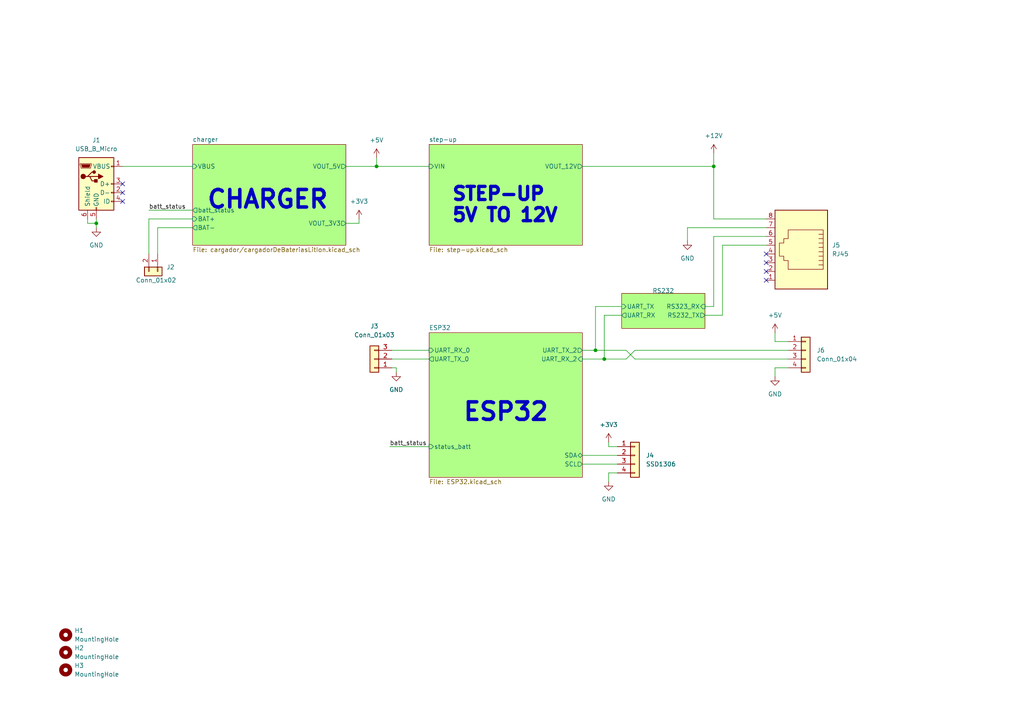
<source format=kicad_sch>
(kicad_sch (version 20211123) (generator eeschema)
  (paper "A4")
  (title_block (title "GPS_CHECK") (date "2022-04-10") (rev "v1.0.0"))
  (lib_symbols
    (symbol "Connector:RJ45" (pin_names (offset 1.016))
      (property "Reference" "J" (at -5.08 13.97 0))
      (property "Value" "RJ45" (at 2.54 13.97 0))
      (symbol "RJ45_0_1"
        (polyline (pts (xy -5.08 4.445) (xy -6.35 4.445)))
        (polyline (pts (xy -5.08 5.715) (xy -6.35 5.715)))
        (polyline (pts (xy -6.35 -3.175) (xy -5.08 -3.175) (xy -5.08 -3.175)))
        (polyline (pts (xy -6.35 -1.905) (xy -5.08 -1.905) (xy -5.08 -1.905)))
        (polyline (pts (xy -6.35 -0.635) (xy -5.08 -0.635) (xy -5.08 -0.635)))
        (polyline (pts (xy -6.35 0.635) (xy -5.08 0.635) (xy -5.08 0.635)))
        (polyline (pts (xy -6.35 1.905) (xy -5.08 1.905) (xy -5.08 1.905)))
        (polyline (pts (xy -5.08 3.175) (xy -6.35 3.175) (xy -6.35 3.175)))
        (polyline (pts (xy -6.35 -4.445) (xy -6.35 6.985) (xy 3.81 6.985) (xy 3.81 4.445) (xy 5.08 4.445) (xy 5.08 3.175) (xy 6.35 3.175) (xy 6.35 -0.635) (xy 5.08 -0.635) (xy 5.08 -1.905) (xy 3.81 -1.905) (xy 3.81 -4.445) (xy -6.35 -4.445) (xy -6.35 -4.445)))
        (rectangle (start 7.62 12.7) (end -7.62 -10.16) (stroke (width 0.254)) (fill (type background)))
      )
      (symbol "RJ45_1_1"
        (pin passive line (at 10.16 -7.62 180) (length 2.54) (name "~") (number "1"))
        (pin passive line (at 10.16 -5.08 180) (length 2.54) (name "~") (number "2"))
        (pin passive line (at 10.16 -2.54 180) (length 2.54) (name "~") (number "3"))
        (pin passive line (at 10.16 0 180) (length 2.54) (name "~") (number "4"))
        (pin passive line (at 10.16 2.54 180) (length 2.54) (name "~") (number "5"))
        (pin passive line (at 10.16 5.08 180) (length 2.54) (name "~") (number "6"))
        (pin passive line (at 10.16 7.62 180) (length 2.54) (name "~") (number "7"))
        (pin passive line (at 10.16 10.16 180) (length 2.54) (name "~") (number "8"))
      )
    )
    (symbol "Connector:USB_B_Micro" (pin_names (offset 1.016))
      (property "Reference" "J" (at -5.08 11.43 0))
      (property "Value" "USB_B_Micro" (at -5.08 8.89 0))
      (symbol "USB_B_Micro_0_1"
        (rectangle (start -5.08 -7.62) (end 5.08 7.62) (stroke (width 0.254)) (fill (type background)))
        (circle (center -3.81 2.159) (radius 0.635) (stroke (width 0.254)) (fill (type outline)))
        (circle (center -0.635 3.429) (radius 0.381) (stroke (width 0.254)) (fill (type outline)))
        (rectangle (start -0.127 -7.62) (end 0.127 -6.858))
        (polyline (pts (xy -1.905 2.159) (xy 0.635 2.159)) (stroke (width 0.254)))
        (polyline (pts (xy -3.175 2.159) (xy -2.54 2.159) (xy -1.27 3.429) (xy -0.635 3.429)) (stroke (width 0.254)))
        (polyline (pts (xy -2.54 2.159) (xy -1.905 2.159) (xy -1.27 0.889) (xy 0 0.889)) (stroke (width 0.254)))
        (polyline (pts (xy 0.635 2.794) (xy 0.635 1.524) (xy 1.905 2.159) (xy 0.635 2.794)) (stroke (width 0.254)) (fill (type outline)))
        (polyline (pts (xy -4.318 5.588) (xy -1.778 5.588) (xy -2.032 4.826) (xy -4.064 4.826) (xy -4.318 5.588)) (fill (type outline)))
        (polyline (pts (xy -4.699 5.842) (xy -4.699 5.588) (xy -4.445 4.826) (xy -4.445 4.572) (xy -1.651 4.572) (xy -1.651 4.826) (xy -1.397 5.588) (xy -1.397 5.842) (xy -4.699 5.842)))
        (rectangle (start 0.254 1.27) (end -0.508 0.508) (stroke (width 0.254)) (fill (type outline)))
        (rectangle (start 5.08 -5.207) (end 4.318 -4.953))
        (rectangle (start 5.08 -2.667) (end 4.318 -2.413))
        (rectangle (start 5.08 -0.127) (end 4.318 0.127))
        (rectangle (start 5.08 4.953) (end 4.318 5.207))
      )
      (symbol "USB_B_Micro_1_1"
        (pin power_out line (at 7.62 5.08 180) (length 2.54) (name "VBUS") (number "1"))
        (pin bidirectional line (at 7.62 -2.54 180) (length 2.54) (name "D-") (number "2"))
        (pin bidirectional line (at 7.62 0 180) (length 2.54) (name "D+") (number "3"))
        (pin passive line (at 7.62 -5.08 180) (length 2.54) (name "ID") (number "4"))
        (pin power_out line (at 0 -10.16 90) (length 2.54) (name "GND") (number "5"))
        (pin passive line (at -2.54 -10.16 90) (length 2.54) (name "Shield") (number "6"))
      )
    )
    (symbol "Connector_Generic:Conn_01x02" (pin_names (offset 1.016) hide)
      (property "Reference" "J" (at 0 2.54 0))
      (property "Value" "Conn_01x02" (at 0 -5.08 0))
      (symbol "Conn_01x02_1_1"
        (rectangle (start -1.27 -2.413) (end 0 -2.667) (stroke (width 0.1524)))
        (rectangle (start -1.27 0.127) (end 0 -0.127) (stroke (width 0.1524)))
        (rectangle (start -1.27 1.27) (end 1.27 -3.81) (stroke (width 0.254)) (fill (type background)))
        (pin passive line (at -5.08 0 0) (length 3.81) (name "Pin_1") (number "1"))
        (pin passive line (at -5.08 -2.54 0) (length 3.81) (name "Pin_2") (number "2"))
      )
    )
    (symbol "Connector_Generic:Conn_01x03" (pin_names (offset 1.016) hide)
      (property "Reference" "J" (at 0 5.08 0))
      (property "Value" "Conn_01x03" (at 0 -5.08 0))
      (symbol "Conn_01x03_1_1"
        (rectangle (start -1.27 -2.413) (end 0 -2.667) (stroke (width 0.1524)))
        (rectangle (start -1.27 0.127) (end 0 -0.127) (stroke (width 0.1524)))
        (rectangle (start -1.27 2.667) (end 0 2.413) (stroke (width 0.1524)))
        (rectangle (start -1.27 3.81) (end 1.27 -3.81) (stroke (width 0.254)) (fill (type background)))
        (pin passive line (at -5.08 2.54 0) (length 3.81) (name "Pin_1") (number "1"))
        (pin passive line (at -5.08 0 0) (length 3.81) (name "Pin_2") (number "2"))
        (pin passive line (at -5.08 -2.54 0) (length 3.81) (name "Pin_3") (number "3"))
      )
    )
    (symbol "Connector_Generic:Conn_01x04" (pin_names (offset 1.016) hide)
      (property "Reference" "J" (at 0 5.08 0))
      (property "Value" "Conn_01x04" (at 0 -7.62 0))
      (symbol "Conn_01x04_1_1"
        (rectangle (start -1.27 -4.953) (end 0 -5.207) (stroke (width 0.1524)))
        (rectangle (start -1.27 -2.413) (end 0 -2.667) (stroke (width 0.1524)))
        (rectangle (start -1.27 0.127) (end 0 -0.127) (stroke (width 0.1524)))
        (rectangle (start -1.27 2.667) (end 0 2.413) (stroke (width 0.1524)))
        (rectangle (start -1.27 3.81) (end 1.27 -6.35) (stroke (width 0.254)) (fill (type background)))
        (pin passive line (at -5.08 2.54 0) (length 3.81) (name "Pin_1") (number "1"))
        (pin passive line (at -5.08 0 0) (length 3.81) (name "Pin_2") (number "2"))
        (pin passive line (at -5.08 -2.54 0) (length 3.81) (name "Pin_3") (number "3"))
        (pin passive line (at -5.08 -5.08 0) (length 3.81) (name "Pin_4") (number "4"))
      )
    )
    (symbol "Mechanical:MountingHole" (pin_names (offset 1.016))
      (property "Reference" "H" (at 0 5.08 0))
      (property "Value" "MountingHole" (at 0 3.175 0))
      (symbol "MountingHole_0_1"
        (circle (center 0 0) (radius 1.27) (stroke (width 1.27)))
      )
    )
    (symbol "power:+12V" (power) (pin_names (offset 0))
      (property "Value" "+12V" (at 0 3.556 0))
      (symbol "+12V_0_1"
        (polyline (pts (xy -0.762 1.27) (xy 0 2.54)))
        (polyline (pts (xy 0 0) (xy 0 2.54)))
        (polyline (pts (xy 0 2.54) (xy 0.762 1.27)))
      )
      (symbol "+12V_1_1"
        (pin power_in line (at 0 0 90) (length 0) hide (name "+12V") (number "1"))
      )
    )
    (symbol "power:+3V3" (power) (pin_names (offset 0))
      (property "Value" "+3V3" (at 0 3.556 0))
      (symbol "+3V3_0_1"
        (polyline (pts (xy -0.762 1.27) (xy 0 2.54)))
        (polyline (pts (xy 0 0) (xy 0 2.54)))
        (polyline (pts (xy 0 2.54) (xy 0.762 1.27)))
      )
      (symbol "+3V3_1_1"
        (pin power_in line (at 0 0 90) (length 0) hide (name "+3V3") (number "1"))
      )
    )
    (symbol "power:+5V" (power) (pin_names (offset 0))
      (property "Value" "+5V" (at 0 3.556 0))
      (symbol "+5V_0_1"
        (polyline (pts (xy -0.762 1.27) (xy 0 2.54)))
        (polyline (pts (xy 0 0) (xy 0 2.54)))
        (polyline (pts (xy 0 2.54) (xy 0.762 1.27)))
      )
      (symbol "+5V_1_1"
        (pin power_in line (at 0 0 90) (length 0) hide (name "+5V") (number "1"))
      )
    )
    (symbol "power:GND" (power) (pin_names (offset 0))
      (property "Value" "GND" (at 0 -3.81 0))
      (symbol "GND_0_1"
        (polyline (pts (xy 0 0) (xy 0 -1.27) (xy 1.27 -1.27) (xy 0 -2.54) (xy -1.27 -1.27) (xy 0 -1.27)))
      )
      (symbol "GND_1_1"
        (pin power_in line (at 0 0 270) (length 0) hide (name "GND") (number "1"))
      )
    )
  )
  (junction (at 172.72 101.6))
  (junction (at 27.94 64.77))
  (junction (at 109.22 48.26))
  (junction (at 207.01 48.26))
  (junction (at 175.26 104.14))
  (no_connect (at 222.25 73.66))
  (no_connect (at 35.56 53.34))
  (no_connect (at 35.56 55.88))
  (no_connect (at 35.56 58.42))
  (no_connect (at 222.25 78.74))
  (no_connect (at 222.25 81.28))
  (no_connect (at 222.25 76.2))
  (wire (pts (xy 209.55 71.12) (xy 222.25 71.12)))
  (wire (pts (xy 25.4 64.77) (xy 27.94 64.77)))
  (wire (pts (xy 104.14 64.77) (xy 100.33 64.77)))
  (wire (pts (xy 172.72 101.6) (xy 181.61 101.6)))
  (wire (pts (xy 176.53 137.16) (xy 176.53 139.7)))
  (wire (pts (xy 114.935 106.68) (xy 113.665 106.68)))
  (wire (pts (xy 172.72 88.9) (xy 172.72 101.6)))
  (wire (pts (xy 113.665 101.6) (xy 124.46 101.6)))
  (wire (pts (xy 109.22 45.72) (xy 109.22 48.26)))
  (wire (pts (xy 109.22 48.26) (xy 124.46 48.26)))
  (wire (pts (xy 175.26 91.44) (xy 175.26 104.14)))
  (wire (pts (xy 168.91 132.08) (xy 179.07 132.08)))
  (wire (pts (xy 35.56 48.26) (xy 55.88 48.26)))
  (wire (pts (xy 199.39 66.04) (xy 222.25 66.04)))
  (wire (pts (xy 209.55 91.44) (xy 204.47 91.44)))
  (wire (pts (xy 168.91 134.62) (xy 179.07 134.62)))
  (wire (pts (xy 168.91 104.14) (xy 175.26 104.14)))
  (wire (pts (xy 43.18 60.96) (xy 55.88 60.96)))
  (wire (pts (xy 207.01 48.26) (xy 207.01 63.5)))
  (wire (pts (xy 207.01 63.5) (xy 222.25 63.5)))
  (wire (pts (xy 45.72 66.04) (xy 55.88 66.04)))
  (wire (pts (xy 228.6 101.6) (xy 184.15 101.6)))
  (wire (pts (xy 100.33 48.26) (xy 109.22 48.26)))
  (wire (pts (xy 176.53 129.54) (xy 179.07 129.54)))
  (wire (pts (xy 114.935 107.95) (xy 114.935 106.68)))
  (wire (pts (xy 181.61 104.14) (xy 175.26 104.14)))
  (wire (pts (xy 224.79 106.68) (xy 224.79 109.22)))
  (wire (pts (xy 207.01 88.9) (xy 204.47 88.9)))
  (wire (pts (xy 209.55 71.12) (xy 209.55 91.44)))
  (wire (pts (xy 113.03 129.54) (xy 124.46 129.54)))
  (wire (pts (xy 181.61 101.6) (xy 184.15 104.14)))
  (wire (pts (xy 207.01 68.58) (xy 222.25 68.58)))
  (wire (pts (xy 207.01 44.45) (xy 207.01 48.26)))
  (wire (pts (xy 168.91 48.26) (xy 207.01 48.26)))
  (wire (pts (xy 180.34 91.44) (xy 175.26 91.44)))
  (wire (pts (xy 104.14 63.5) (xy 104.14 64.77)))
  (wire (pts (xy 228.6 106.68) (xy 224.79 106.68)))
  (wire (pts (xy 45.72 73.66) (xy 45.72 66.04)))
  (wire (pts (xy 184.15 101.6) (xy 181.61 104.14)))
  (wire (pts (xy 27.94 64.77) (xy 27.94 66.04)))
  (wire (pts (xy 43.18 63.5) (xy 43.18 73.66)))
  (wire (pts (xy 27.94 63.5) (xy 27.94 64.77)))
  (wire (pts (xy 168.91 101.6) (xy 172.72 101.6)))
  (wire (pts (xy 113.665 104.14) (xy 124.46 104.14)))
  (wire (pts (xy 25.4 63.5) (xy 25.4 64.77)))
  (wire (pts (xy 179.07 137.16) (xy 176.53 137.16)))
  (wire (pts (xy 184.15 104.14) (xy 228.6 104.14)))
  (wire (pts (xy 176.53 128.27) (xy 176.53 129.54)))
  (wire (pts (xy 180.34 88.9) (xy 172.72 88.9)))
  (wire (pts (xy 207.01 68.58) (xy 207.01 88.9)))
  (wire (pts (xy 224.79 96.52) (xy 224.79 99.06)))
  (wire (pts (xy 199.39 69.85) (xy 199.39 66.04)))
  (wire (pts (xy 43.18 63.5) (xy 55.88 63.5)))
  (wire (pts (xy 224.79 99.06) (xy 228.6 99.06)))
  (text "STEP-UP\n5V TO 12V" (at 130.81 64.77 0) (effects (font (size 3.81 3.81) (thickness 1.016) bold) (justify left bottom)))
  (text "CHARGER" (at 59.69 60.96 0) (effects (font (size 5.08 5.08) (thickness 1.016) bold) (justify left bottom)))
  (text "ESP32" (at 133.985 122.555 0) (effects (font (size 5.08 5.08) (thickness 1.016) bold) (justify left bottom)))
  (label "batt_status" (at 113.03 129.54 0))
  (label "batt_status" (at 43.18 60.96 0))
  (symbol (lib_id "Mechanical:MountingHole") (at 19.05 184.15 0) (unit 1)
    (property "Reference" "H1" (at 21.59 182.8799 0) (effects (justify left)))
    (property "Value" "MountingHole" (at 21.59 185.4199 0) (effects (justify left)))
    (property "Footprint" "MountingHole:MountingHole_3.2mm_M3_DIN965_Pad" (effects hide))
  )
  (symbol (lib_id "power:GND") (at 224.79 109.22 0) (unit 1)
    (property "Reference" "#PWR010" (effects hide))
    (property "Value" "GND" (at 224.79 114.3 0))
  )
  (symbol (lib_id "power:GND") (at 176.53 139.7 0) (unit 1)
    (property "Reference" "#PWR06" (effects hide))
    (property "Value" "GND" (at 176.53 144.78 0))
  )
  (symbol (lib_id "power:GND") (at 199.39 69.85 0) (unit 1)
    (property "Reference" "#PWR07" (effects hide))
    (property "Value" "GND" (at 199.39 74.93 0))
  )
  (symbol (lib_id "power:+12V") (at 207.01 44.45 0) (unit 1)
    (property "Reference" "#PWR08" (effects hide))
    (property "Value" "+12V" (at 207.01 39.37 0))
  )
  (symbol (lib_id "power:GND") (at 114.935 107.95 0) (unit 1)
    (property "Reference" "#PWR04" (effects hide))
    (property "Value" "GND" (at 114.935 113.03 0))
  )
  (symbol (lib_id "power:+3V3") (at 176.53 128.27 0) (unit 1)
    (property "Reference" "#PWR05" (effects hide))
    (property "Value" "+3V3" (at 176.53 123.19 0))
  )
  (symbol (lib_id "power:+3V3") (at 104.14 63.5 0) (unit 1)
    (property "Reference" "#PWR02" (effects hide))
    (property "Value" "+3V3" (at 104.14 58.42 0))
  )
  (symbol (lib_id "Mechanical:MountingHole") (at 19.05 189.23 0) (unit 1)
    (property "Reference" "H2" (at 21.59 187.9599 0) (effects (justify left)))
    (property "Value" "MountingHole" (at 21.59 190.4999 0) (effects (justify left)))
    (property "Footprint" "MountingHole:MountingHole_3.2mm_M3_DIN965_Pad" (effects hide))
  )
  (symbol (lib_id "Connector_Generic:Conn_01x02") (at 45.72 78.74 270) (unit 1)
    (property "Reference" "J2" (at 48.26 77.4699 90) (effects (justify left)))
    (property "Value" "Conn_01x02" (at 39.37 81.28 90) (effects (justify left)))
    (property "Footprint" "Connector_PinHeader_2.54mm:PinHeader_1x02_P2.54mm_Vertical" (effects hide))
  )
  (symbol (lib_id "Connector:RJ45") (at 232.41 73.66 0) (mirror y) (unit 1)
    (property "Reference" "J5" (at 241.3 71.1199 0) (effects (justify right)))
    (property "Value" "RJ45" (at 241.3 73.6599 0) (effects (justify right)))
    (property "Footprint" "Connector_RJ:RJ45_Amphenol_54602-x08_Horizontal" (effects hide))
  )
  (symbol (lib_id "Connector_Generic:Conn_01x04") (at 233.68 101.6 0) (unit 1)
    (property "Reference" "J6" (at 236.855 101.5999 0) (effects (justify left)))
    (property "Value" "Conn_01x04" (at 236.855 104.1399 0) (effects (justify left)))
    (property "Footprint" "Connector_PinHeader_2.54mm:PinHeader_1x04_P2.54mm_Horizontal" (effects hide))
  )
  (symbol (lib_id "Connector_Generic:Conn_01x04") (at 184.15 132.08 0) (unit 1)
    (property "Reference" "J4" (at 187.325 132.0799 0) (effects (justify left)))
    (property "Value" "SSD1306" (at 187.325 134.6199 0) (effects (justify left)))
    (property "Footprint" "MSS_Devices:128x64OLED" (effects hide))
  )
  (symbol (lib_id "power:GND") (at 27.94 66.04 0) (unit 1)
    (property "Reference" "#PWR01" (effects hide))
    (property "Value" "GND" (at 27.94 71.12 0))
  )
  (symbol (lib_id "Connector:USB_B_Micro") (at 27.94 53.34 0) (unit 1)
    (property "Reference" "J1" (at 27.94 40.64 0))
    (property "Value" "USB_B_Micro" (at 27.94 43.18 0))
    (property "Footprint" "Connector_USB:USB_Micro-B_Molex_47346-0001" (effects hide))
  )
  (symbol (lib_id "power:+5V") (at 224.79 96.52 0) (unit 1)
    (property "Reference" "#PWR09" (effects hide))
    (property "Value" "+5V" (at 224.79 91.44 0))
  )
  (symbol (lib_id "Connector_Generic:Conn_01x03") (at 108.585 104.14 180) (unit 1)
    (property "Reference" "J3" (at 108.585 94.615 0))
    (property "Value" "Conn_01x03" (at 108.585 97.155 0))
    (property "Footprint" "Connector_PinHeader_2.54mm:PinHeader_1x03_P2.54mm_Horizontal" (effects hide))
  )
  (symbol (lib_id "Mechanical:MountingHole") (at 19.05 194.31 0) (unit 1)
    (property "Reference" "H3" (at 21.59 193.0399 0) (effects (justify left)))
    (property "Value" "MountingHole" (at 21.59 195.5799 0) (effects (justify left)))
    (property "Footprint" "MountingHole:MountingHole_3.2mm_M3_DIN965_Pad" (effects hide))
  )
  (symbol (lib_id "power:+5V") (at 109.22 45.72 0) (unit 1)
    (property "Reference" "#PWR03" (effects hide))
    (property "Value" "+5V" (at 109.22 40.64 0))
  )
  (sheet (at 124.46 96.52) (size 44.45 41.91) (stroke (width 0.1524)) (fill (color 177 255 136 1.0000))
    (property "Sheet name" "ESP32" (at 124.46 95.8084 0) (effects (justify left bottom)))
    (property "Sheet file" "ESP32.kicad_sch" (at 124.46 139.0146 0) (effects (justify left top)))
    (pin "UART_TX_0" output (at 124.46 104.14 180))
    (pin "UART_RX_0" input (at 124.46 101.6 180))
    (pin "UART_RX_2" input (at 168.91 104.14 0))
    (pin "UART_TX_2" output (at 168.91 101.6 0))
    (pin "SDA" bidirectional (at 168.91 132.08 0))
    (pin "SCL" output (at 168.91 134.62 0))
    (pin "status_batt" input (at 124.46 129.54 180))
  )
  (sheet (at 124.46 41.91) (size 44.45 29.21) (stroke (width 0.1524)) (fill (color 177 255 136 1.0000))
    (property "Sheet name" "step-up" (at 124.46 41.1984 0) (effects (justify left bottom)))
    (property "Sheet file" "step-up.kicad_sch" (at 124.46 71.7046 0) (effects (justify left top)))
    (pin "VIN" input (at 124.46 48.26 180))
    (pin "VOUT_12V" output (at 168.91 48.26 0))
  )
  (sheet (at 55.88 41.91) (size 44.45 29.21) (stroke (width 0.1524)) (fill (color 177 255 136 1.0000))
    (property "Sheet name" "charger" (at 55.88 41.1984 0) (effects (justify left bottom)))
    (property "Sheet file" "cargador/cargadorDeBateriasLitIon.kicad_sch" (at 55.88 71.7046 0) (effects (justify left top)))
    (pin "VBUS" input (at 55.88 48.26 180))
    (pin "VOUT_3V3" output (at 100.33 64.77 0))
    (pin "VOUT_5V" output (at 100.33 48.26 0))
    (pin "BAT-" output (at 55.88 66.04 180))
    (pin "BAT+" input (at 55.88 63.5 180))
    (pin "batt_status" output (at 55.88 60.96 180))
  )
  (sheet (at 180.34 85.09) (size 24.13 10.16) (stroke (width 0.1524)) (fill (color 177 255 136 1.0000))
    (property "Sheet name" "RS232" (at 189.23 85.09 0) (effects (justify left bottom)))
    (property "Sheet file" "RS232.kicad_sch" (effects hide))
    (pin "RS323_RX" input (at 204.47 88.9 0))
    (pin "RS232_TX" output (at 204.47 91.44 0))
    (pin "UART_TX" input (at 180.34 88.9 180))
    (pin "UART_RX" output (at 180.34 91.44 180))
  )
)
</source>
